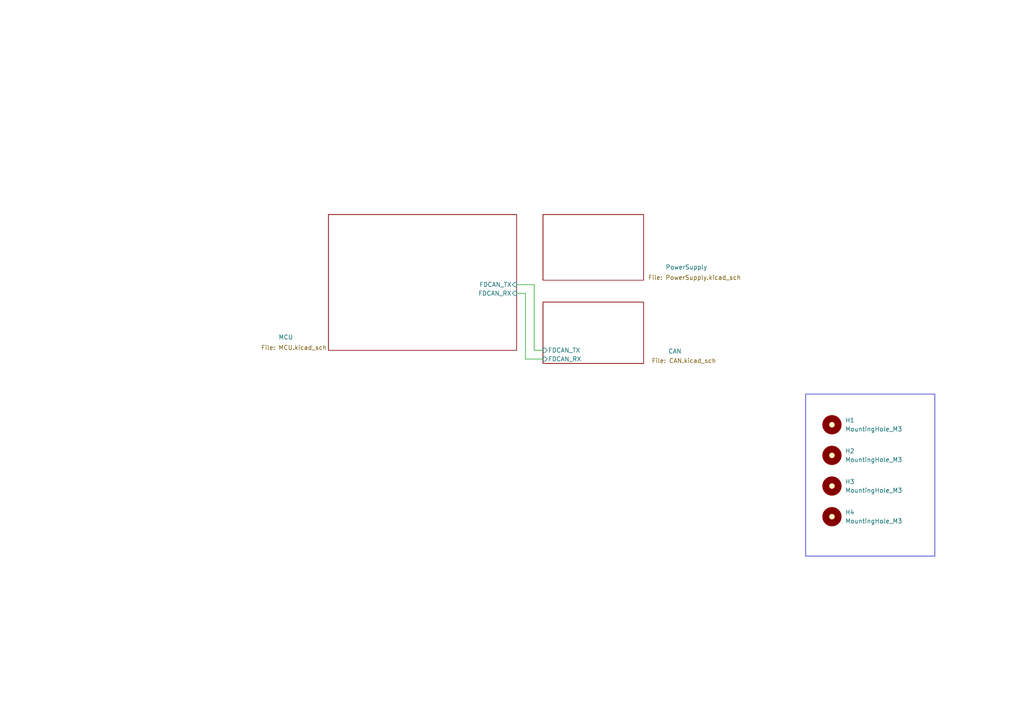
<source format=kicad_sch>
(kicad_sch (version 20250114) (generator "eeschema") (generator_version "9.0")
  (paper "A4")
  (lib_symbols
    (symbol "PCM_SL_Mechanical:MountingHole_M3"
      (property "Reference" "H" (at 0 7.62 0))
      (property "Value" "MountingHole_M3" (at 0 5.08 0))
      (symbol "MountingHole_M3_0_1"
        (circle (center 0 0) (radius 1.27) (fill (type background)))
        (circle (center 0 0) (radius 1.7961) (stroke (width 2)))
      )
    )
  )
  (rectangle (start 233.68 114.3) (end 271.145 161.29))
  (wire (pts (xy 154.94 82.55) (xy 149.86 82.55)))
  (wire (pts (xy 149.86 85.09) (xy 152.4 85.09)))
  (wire (pts (xy 157.48 101.6) (xy 154.94 101.6)))
  (wire (pts (xy 152.4 85.09) (xy 152.4 104.14)))
  (wire (pts (xy 154.94 101.6) (xy 154.94 82.55)))
  (wire (pts (xy 152.4 104.14) (xy 157.48 104.14)))
  (symbol (lib_id "PCM_SL_Mechanical:MountingHole_M3") (at 241.3 123.19 0) (unit 1)
    (property "Reference" "H1" (at 245.11 121.9199 0) (effects (justify left)))
    (property "Value" "MountingHole_M3" (at 245.11 124.4599 0) (effects (justify left)))
    (property "Footprint" "MountingHole:MountingHole_3.2mm_M3" (effects (hide yes)))
    (property "Description" "3.2mm Diameter Mounting Hole (M3)" (effects (hide yes)))
  )
  (symbol (lib_id "PCM_SL_Mechanical:MountingHole_M3") (at 241.3 149.86 0) (unit 1)
    (property "Reference" "H4" (at 245.11 148.5899 0) (effects (justify left)))
    (property "Value" "MountingHole_M3" (at 245.11 151.1299 0) (effects (justify left)))
    (property "Footprint" "MountingHole:MountingHole_3.2mm_M3" (effects (hide yes)))
    (property "Description" "3.2mm Diameter Mounting Hole (M3)" (effects (hide yes)))
  )
  (symbol (lib_id "PCM_SL_Mechanical:MountingHole_M3") (at 241.3 132.08 0) (unit 1)
    (property "Reference" "H2" (at 245.11 130.8099 0) (effects (justify left)))
    (property "Value" "MountingHole_M3" (at 245.11 133.3499 0) (effects (justify left)))
    (property "Footprint" "MountingHole:MountingHole_3.2mm_M3" (effects (hide yes)))
    (property "Description" "3.2mm Diameter Mounting Hole (M3)" (effects (hide yes)))
  )
  (symbol (lib_id "PCM_SL_Mechanical:MountingHole_M3") (at 241.3 140.97 0) (unit 1)
    (property "Reference" "H3" (at 245.11 139.6999 0) (effects (justify left)))
    (property "Value" "MountingHole_M3" (at 245.11 142.2399 0) (effects (justify left)))
    (property "Footprint" "MountingHole:MountingHole_3.2mm_M3" (effects (hide yes)))
    (property "Description" "3.2mm Diameter Mounting Hole (M3)" (effects (hide yes)))
  )
  (sheet (at 157.48 62.23) (size 29.21 19.05) (stroke (width 0.1524))
    (property "Sheetname" "PowerSupply" (at 193.04 78.232 0) (effects (justify left bottom)))
    (property "Sheetfile" "PowerSupply.kicad_sch" (at 187.96 79.756 0) (effects (justify left top)))
  )
  (sheet (at 157.48 87.63) (size 29.21 17.78) (stroke (width 0.1524))
    (property "Sheetname" "CAN" (at 193.802 102.616 0) (effects (justify left bottom)))
    (property "Sheetfile" "CAN.kicad_sch" (at 188.976 103.886 0) (effects (justify left top)))
    (pin "FDCAN_RX" input (at 157.48 104.14 180))
    (pin "FDCAN_TX" input (at 157.48 101.6 180))
  )
  (sheet (at 95.25 62.23) (size 54.61 39.37) (stroke (width 0.1524))
    (property "Sheetname" "MCU" (at 80.772 98.552 0) (effects (justify left bottom)))
    (property "Sheetfile" "MCU.kicad_sch" (at 75.692 100.076 0) (effects (justify left top)))
    (pin "FDCAN_RX" input (at 149.86 85.09 0))
    (pin "FDCAN_TX" input (at 149.86 82.55 0))
  )
)
</source>
